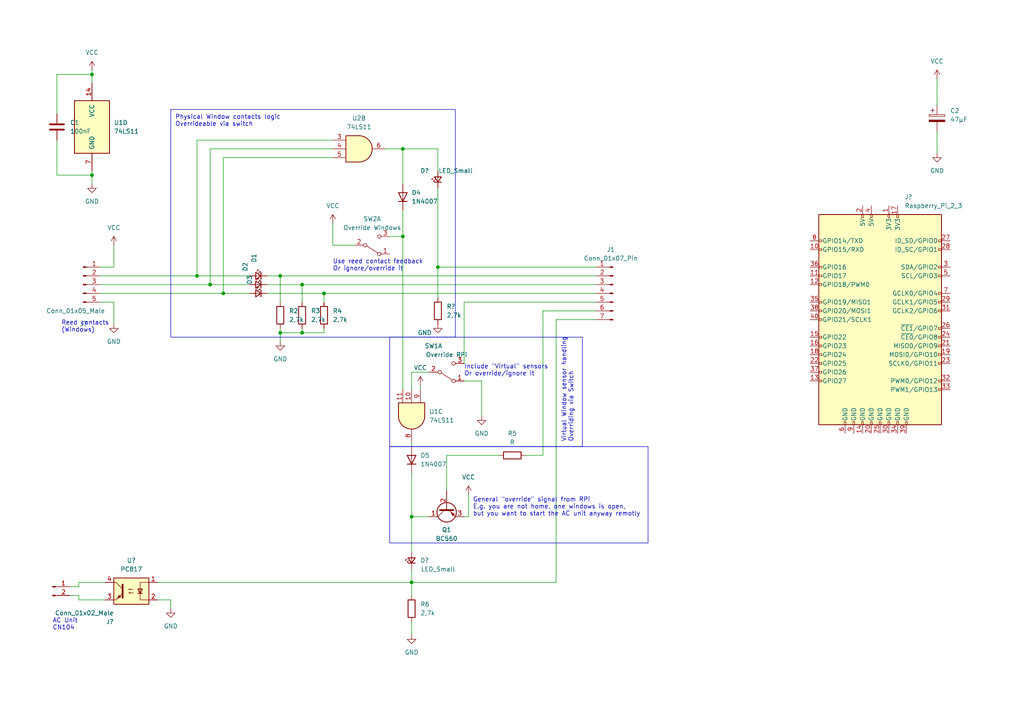
<source format=kicad_sch>
(kicad_sch (version 20230121) (generator eeschema)
  (paper "A4")
  (lib_symbols
    (symbol "74xx:74LS11" (pin_names (offset 1.016))
      (property "Reference" "U" (at 0 1.27 0))
      (property "Value" "74LS11" (at 0 -1.27 0))
      (symbol "74LS11_1_1"
        (arc (start 0 -3.81) (mid 3.7934 0) (end 0 3.81) (stroke (width 0.254)) (fill (type background)))
        (polyline (pts (xy 0 3.81) (xy -3.81 3.81) (xy -3.81 -3.81) (xy 0 -3.81)) (stroke (width 0.254)) (fill (type background)))
        (pin input line (at -7.62 2.54 0) (length 3.81) (name "~") (number "1"))
        (pin output line (at 7.62 0 180) (length 3.81) (name "~") (number "12"))
        (pin input line (at -7.62 -2.54 0) (length 3.81) (name "~") (number "13"))
        (pin input line (at -7.62 0 0) (length 3.81) (name "~") (number "2"))
      )
      (symbol "74LS11_1_2"
        (arc (start -3.81 -3.81) (mid -2.589 0) (end -3.81 3.81) (stroke (width 0.254)))
        (arc (start -0.6096 -3.81) (mid 2.1842 -2.5851) (end 3.81 0) (stroke (width 0.254)) (fill (type background)))
        (polyline (pts (xy -3.81 -3.81) (xy -0.635 -3.81)) (stroke (width 0.254)) (fill (type background)))
        (polyline (pts (xy -3.81 3.81) (xy -0.635 3.81)) (stroke (width 0.254)) (fill (type background)))
        (polyline (pts (xy -0.635 3.81) (xy -3.81 3.81) (xy -3.81 3.81) (xy -3.556 3.4036) (xy -3.0226 2.2606) (xy -2.6924 1.0414) (xy -2.6162 -0.254) (xy -2.7686 -1.4986) (xy -3.175 -2.7178) (xy -3.81 -3.81) (xy -3.81 -3.81) (xy -0.635 -3.81)) (stroke (width -25.4)) (fill (type background)))
        (arc (start 3.81 0) (mid 2.1915 2.5936) (end -0.6096 3.81) (stroke (width 0.254)) (fill (type background)))
        (pin input inverted (at -7.62 2.54 0) (length 4.318) (name "~") (number "1"))
        (pin output inverted (at 7.62 0 180) (length 3.81) (name "~") (number "12"))
        (pin input inverted (at -7.62 -2.54 0) (length 4.318) (name "~") (number "13"))
        (pin input inverted (at -7.62 0 0) (length 4.953) (name "~") (number "2"))
      )
      (symbol "74LS11_2_1"
        (arc (start 0 -3.81) (mid 3.7934 0) (end 0 3.81) (stroke (width 0.254)) (fill (type background)))
        (polyline (pts (xy 0 3.81) (xy -3.81 3.81) (xy -3.81 -3.81) (xy 0 -3.81)) (stroke (width 0.254)) (fill (type background)))
        (pin input line (at -7.62 2.54 0) (length 3.81) (name "~") (number "3"))
        (pin input line (at -7.62 0 0) (length 3.81) (name "~") (number "4"))
        (pin input line (at -7.62 -2.54 0) (length 3.81) (name "~") (number "5"))
        (pin output line (at 7.62 0 180) (length 3.81) (name "~") (number "6"))
      )
      (symbol "74LS11_2_2"
        (arc (start -3.81 -3.81) (mid -2.589 0) (end -3.81 3.81) (stroke (width 0.254)))
        (arc (start -0.6096 -3.81) (mid 2.1842 -2.5851) (end 3.81 0) (stroke (width 0.254)) (fill (type background)))
        (polyline (pts (xy -3.81 -3.81) (xy -0.635 -3.81)) (stroke (width 0.254)) (fill (type background)))
        (polyline (pts (xy -3.81 3.81) (xy -0.635 3.81)) (stroke (width 0.254)) (fill (type background)))
        (polyline (pts (xy -0.635 3.81) (xy -3.81 3.81) (xy -3.81 3.81) (xy -3.556 3.4036) (xy -3.0226 2.2606) (xy -2.6924 1.0414) (xy -2.6162 -0.254) (xy -2.7686 -1.4986) (xy -3.175 -2.7178) (xy -3.81 -3.81) (xy -3.81 -3.81) (xy -0.635 -3.81)) (stroke (width -25.4)) (fill (type background)))
        (arc (start 3.81 0) (mid 2.1915 2.5936) (end -0.6096 3.81) (stroke (width 0.254)) (fill (type background)))
        (pin input inverted (at -7.62 2.54 0) (length 4.318) (name "~") (number "3"))
        (pin input inverted (at -7.62 0 0) (length 4.953) (name "~") (number "4"))
        (pin input inverted (at -7.62 -2.54 0) (length 4.318) (name "~") (number "5"))
        (pin output inverted (at 7.62 0 180) (length 3.81) (name "~") (number "6"))
      )
      (symbol "74LS11_3_1"
        (arc (start 0 -3.81) (mid 3.7934 0) (end 0 3.81) (stroke (width 0.254)) (fill (type background)))
        (polyline (pts (xy 0 3.81) (xy -3.81 3.81) (xy -3.81 -3.81) (xy 0 -3.81)) (stroke (width 0.254)) (fill (type background)))
        (pin input line (at -7.62 0 0) (length 3.81) (name "~") (number "10"))
        (pin input line (at -7.62 -2.54 0) (length 3.81) (name "~") (number "11"))
        (pin output line (at 7.62 0 180) (length 3.81) (name "~") (number "8"))
        (pin input line (at -7.62 2.54 0) (length 3.81) (name "~") (number "9"))
      )
      (symbol "74LS11_3_2"
        (arc (start -3.81 -3.81) (mid -2.589 0) (end -3.81 3.81) (stroke (width 0.254)))
        (arc (start -0.6096 -3.81) (mid 2.1842 -2.5851) (end 3.81 0) (stroke (width 0.254)) (fill (type background)))
        (polyline (pts (xy -3.81 -3.81) (xy -0.635 -3.81)) (stroke (width 0.254)) (fill (type background)))
        (polyline (pts (xy -3.81 3.81) (xy -0.635 3.81)) (stroke (width 0.254)) (fill (type background)))
        (polyline (pts (xy -0.635 3.81) (xy -3.81 3.81) (xy -3.81 3.81) (xy -3.556 3.4036) (xy -3.0226 2.2606) (xy -2.6924 1.0414) (xy -2.6162 -0.254) (xy -2.7686 -1.4986) (xy -3.175 -2.7178) (xy -3.81 -3.81) (xy -3.81 -3.81) (xy -0.635 -3.81)) (stroke (width -25.4)) (fill (type background)))
        (arc (start 3.81 0) (mid 2.1915 2.5936) (end -0.6096 3.81) (stroke (width 0.254)) (fill (type background)))
        (pin input inverted (at -7.62 0 0) (length 4.953) (name "~") (number "10"))
        (pin input inverted (at -7.62 -2.54 0) (length 4.318) (name "~") (number "11"))
        (pin output inverted (at 7.62 0 180) (length 3.81) (name "~") (number "8"))
        (pin input inverted (at -7.62 2.54 0) (length 4.318) (name "~") (number "9"))
      )
      (symbol "74LS11_4_0"
        (pin power_in line (at 0 12.7 270) (length 5.08) (name "VCC") (number "14"))
        (pin power_in line (at 0 -12.7 90) (length 5.08) (name "GND") (number "7"))
      )
      (symbol "74LS11_4_1"
        (rectangle (start -5.08 7.62) (end 5.08 -7.62) (stroke (width 0.254)) (fill (type background)))
      )
    )
    (symbol "Connector:Conn_01x02_Male" (pin_names (offset 1.016) hide)
      (property "Reference" "J" (at 0 2.54 0))
      (property "Value" "Conn_01x02_Male" (at 0 -5.08 0))
      (symbol "Conn_01x02_Male_1_1"
        (polyline (pts (xy 1.27 -2.54) (xy 0.8636 -2.54)) (stroke (width 0.1524)))
        (polyline (pts (xy 1.27 0) (xy 0.8636 0)) (stroke (width 0.1524)))
        (rectangle (start 0.8636 -2.413) (end 0 -2.667) (stroke (width 0.1524)) (fill (type outline)))
        (rectangle (start 0.8636 0.127) (end 0 -0.127) (stroke (width 0.1524)) (fill (type outline)))
        (pin passive line (at 5.08 0 180) (length 3.81) (name "Pin_1") (number "1"))
        (pin passive line (at 5.08 -2.54 180) (length 3.81) (name "Pin_2") (number "2"))
      )
    )
    (symbol "Connector:Conn_01x05_Male" (pin_names (offset 1.016) hide)
      (property "Reference" "J" (at 0 7.62 0))
      (property "Value" "Conn_01x05_Male" (at 0 -7.62 0))
      (symbol "Conn_01x05_Male_1_1"
        (polyline (pts (xy 1.27 -5.08) (xy 0.8636 -5.08)) (stroke (width 0.1524)))
        (polyline (pts (xy 1.27 -2.54) (xy 0.8636 -2.54)) (stroke (width 0.1524)))
        (polyline (pts (xy 1.27 0) (xy 0.8636 0)) (stroke (width 0.1524)))
        (polyline (pts (xy 1.27 2.54) (xy 0.8636 2.54)) (stroke (width 0.1524)))
        (polyline (pts (xy 1.27 5.08) (xy 0.8636 5.08)) (stroke (width 0.1524)))
        (rectangle (start 0.8636 -4.953) (end 0 -5.207) (stroke (width 0.1524)) (fill (type outline)))
        (rectangle (start 0.8636 -2.413) (end 0 -2.667) (stroke (width 0.1524)) (fill (type outline)))
        (rectangle (start 0.8636 0.127) (end 0 -0.127) (stroke (width 0.1524)) (fill (type outline)))
        (rectangle (start 0.8636 2.667) (end 0 2.413) (stroke (width 0.1524)) (fill (type outline)))
        (rectangle (start 0.8636 5.207) (end 0 4.953) (stroke (width 0.1524)) (fill (type outline)))
        (pin passive line (at 5.08 5.08 180) (length 3.81) (name "Pin_1") (number "1"))
        (pin passive line (at 5.08 2.54 180) (length 3.81) (name "Pin_2") (number "2"))
        (pin passive line (at 5.08 0 180) (length 3.81) (name "Pin_3") (number "3"))
        (pin passive line (at 5.08 -2.54 180) (length 3.81) (name "Pin_4") (number "4"))
        (pin passive line (at 5.08 -5.08 180) (length 3.81) (name "Pin_5") (number "5"))
      )
    )
    (symbol "Connector:Conn_01x07_Pin" (pin_names (offset 1.016) hide)
      (property "Reference" "J" (at 0 10.16 0))
      (property "Value" "Conn_01x07_Pin" (at 0 -10.16 0))
      (symbol "Conn_01x07_Pin_1_1"
        (polyline (pts (xy 1.27 -7.62) (xy 0.8636 -7.62)) (stroke (width 0.1524)))
        (polyline (pts (xy 1.27 -5.08) (xy 0.8636 -5.08)) (stroke (width 0.1524)))
        (polyline (pts (xy 1.27 -2.54) (xy 0.8636 -2.54)) (stroke (width 0.1524)))
        (polyline (pts (xy 1.27 0) (xy 0.8636 0)) (stroke (width 0.1524)))
        (polyline (pts (xy 1.27 2.54) (xy 0.8636 2.54)) (stroke (width 0.1524)))
        (polyline (pts (xy 1.27 5.08) (xy 0.8636 5.08)) (stroke (width 0.1524)))
        (polyline (pts (xy 1.27 7.62) (xy 0.8636 7.62)) (stroke (width 0.1524)))
        (rectangle (start 0.8636 -7.493) (end 0 -7.747) (stroke (width 0.1524)) (fill (type outline)))
        (rectangle (start 0.8636 -4.953) (end 0 -5.207) (stroke (width 0.1524)) (fill (type outline)))
        (rectangle (start 0.8636 -2.413) (end 0 -2.667) (stroke (width 0.1524)) (fill (type outline)))
        (rectangle (start 0.8636 0.127) (end 0 -0.127) (stroke (width 0.1524)) (fill (type outline)))
        (rectangle (start 0.8636 2.667) (end 0 2.413) (stroke (width 0.1524)) (fill (type outline)))
        (rectangle (start 0.8636 5.207) (end 0 4.953) (stroke (width 0.1524)) (fill (type outline)))
        (rectangle (start 0.8636 7.747) (end 0 7.493) (stroke (width 0.1524)) (fill (type outline)))
        (pin passive line (at 5.08 7.62 180) (length 3.81) (name "Pin_1") (number "1"))
        (pin passive line (at 5.08 5.08 180) (length 3.81) (name "Pin_2") (number "2"))
        (pin passive line (at 5.08 2.54 180) (length 3.81) (name "Pin_3") (number "3"))
        (pin passive line (at 5.08 0 180) (length 3.81) (name "Pin_4") (number "4"))
        (pin passive line (at 5.08 -2.54 180) (length 3.81) (name "Pin_5") (number "5"))
        (pin passive line (at 5.08 -5.08 180) (length 3.81) (name "Pin_6") (number "6"))
        (pin passive line (at 5.08 -7.62 180) (length 3.81) (name "Pin_7") (number "7"))
      )
    )
    (symbol "Connector:Raspberry_Pi_2_3" (pin_names (offset 1.016))
      (property "Reference" "J" (at -17.78 31.75 0))
      (property "Value" "Raspberry_Pi_2_3" (at 10.16 -31.75 0))
      (symbol "Raspberry_Pi_2_3_0_1"
        (rectangle (start -17.78 30.48) (end 17.78 -30.48) (stroke (width 0.254)) (fill (type background)))
      )
      (symbol "Raspberry_Pi_2_3_1_1"
        (rectangle (start -16.891 -17.526) (end -17.78 -18.034))
        (rectangle (start -16.891 -14.986) (end -17.78 -15.494))
        (rectangle (start -16.891 -12.446) (end -17.78 -12.954))
        (rectangle (start -16.891 -9.906) (end -17.78 -10.414))
        (rectangle (start -16.891 -7.366) (end -17.78 -7.874))
        (rectangle (start -16.891 -4.826) (end -17.78 -5.334))
        (rectangle (start -16.891 0.254) (end -17.78 -0.254))
        (rectangle (start -16.891 2.794) (end -17.78 2.286))
        (rectangle (start -16.891 5.334) (end -17.78 4.826))
        (rectangle (start -16.891 10.414) (end -17.78 9.906))
        (rectangle (start -16.891 12.954) (end -17.78 12.446))
        (rectangle (start -16.891 15.494) (end -17.78 14.986))
        (rectangle (start -16.891 20.574) (end -17.78 20.066))
        (rectangle (start -16.891 23.114) (end -17.78 22.606))
        (rectangle (start -10.414 -29.591) (end -9.906 -30.48))
        (rectangle (start -7.874 -29.591) (end -7.366 -30.48))
        (rectangle (start -5.334 -29.591) (end -4.826 -30.48))
        (rectangle (start -5.334 30.48) (end -4.826 29.591))
        (rectangle (start -2.794 -29.591) (end -2.286 -30.48))
        (rectangle (start -2.794 30.48) (end -2.286 29.591))
        (rectangle (start -0.254 -29.591) (end 0.254 -30.48))
        (rectangle (start 2.286 -29.591) (end 2.794 -30.48))
        (rectangle (start 2.286 30.48) (end 2.794 29.591))
        (rectangle (start 4.826 -29.591) (end 5.334 -30.48))
        (rectangle (start 4.826 30.48) (end 5.334 29.591))
        (rectangle (start 7.366 -29.591) (end 7.874 -30.48))
        (rectangle (start 17.78 -20.066) (end 16.891 -20.574))
        (rectangle (start 17.78 -17.526) (end 16.891 -18.034))
        (rectangle (start 17.78 -12.446) (end 16.891 -12.954))
        (rectangle (start 17.78 -9.906) (end 16.891 -10.414))
        (rectangle (start 17.78 -7.366) (end 16.891 -7.874))
        (rectangle (start 17.78 -4.826) (end 16.891 -5.334))
        (rectangle (start 17.78 -2.286) (end 16.891 -2.794))
        (rectangle (start 17.78 2.794) (end 16.891 2.286))
        (rectangle (start 17.78 5.334) (end 16.891 4.826))
        (rectangle (start 17.78 7.874) (end 16.891 7.366))
        (rectangle (start 17.78 12.954) (end 16.891 12.446))
        (rectangle (start 17.78 15.494) (end 16.891 14.986))
        (rectangle (start 17.78 20.574) (end 16.891 20.066))
        (rectangle (start 17.78 23.114) (end 16.891 22.606))
        (pin power_in line (at 2.54 33.02 270) (length 2.54) (name "3V3") (number "1"))
        (pin bidirectional line (at -20.32 20.32 0) (length 2.54) (name "GPIO15/RXD") (number "10"))
        (pin bidirectional line (at -20.32 12.7 0) (length 2.54) (name "GPIO17") (number "11"))
        (pin bidirectional line (at -20.32 10.16 0) (length 2.54) (name "GPIO18/PWM0") (number "12"))
        (pin bidirectional line (at -20.32 -17.78 0) (length 2.54) (name "GPIO27") (number "13"))
        (pin power_in line (at -5.08 -33.02 90) (length 2.54) (name "GND") (number "14"))
        (pin bidirectional line (at -20.32 -5.08 0) (length 2.54) (name "GPIO22") (number "15"))
        (pin bidirectional line (at -20.32 -7.62 0) (length 2.54) (name "GPIO23") (number "16"))
        (pin power_in line (at 5.08 33.02 270) (length 2.54) (name "3V3") (number "17"))
        (pin bidirectional line (at -20.32 -10.16 0) (length 2.54) (name "GPIO24") (number "18"))
        (pin bidirectional line (at 20.32 -10.16 180) (length 2.54) (name "MOSI0/GPIO10") (number "19"))
        (pin power_in line (at -5.08 33.02 270) (length 2.54) (name "5V") (number "2"))
        (pin power_in line (at -2.54 -33.02 90) (length 2.54) (name "GND") (number "20"))
        (pin bidirectional line (at 20.32 -7.62 180) (length 2.54) (name "MISO0/GPIO9") (number "21"))
        (pin bidirectional line (at -20.32 -12.7 0) (length 2.54) (name "GPIO25") (number "22"))
        (pin bidirectional line (at 20.32 -12.7 180) (length 2.54) (name "SCLK0/GPIO11") (number "23"))
        (pin bidirectional line (at 20.32 -5.08 180) (length 2.54) (name "~{CE0}/GPIO8") (number "24"))
        (pin power_in line (at 0 -33.02 90) (length 2.54) (name "GND") (number "25"))
        (pin bidirectional line (at 20.32 -2.54 180) (length 2.54) (name "~{CE1}/GPIO7") (number "26"))
        (pin bidirectional line (at 20.32 22.86 180) (length 2.54) (name "ID_SD/GPIO0") (number "27"))
        (pin bidirectional line (at 20.32 20.32 180) (length 2.54) (name "ID_SC/GPIO1") (number "28"))
        (pin bidirectional line (at 20.32 5.08 180) (length 2.54) (name "GCLK1/GPIO5") (number "29"))
        (pin bidirectional line (at 20.32 15.24 180) (length 2.54) (name "SDA/GPIO2") (number "3"))
        (pin power_in line (at 2.54 -33.02 90) (length 2.54) (name "GND") (number "30"))
        (pin bidirectional line (at 20.32 2.54 180) (length 2.54) (name "GCLK2/GPIO6") (number "31"))
        (pin bidirectional line (at 20.32 -17.78 180) (length 2.54) (name "PWM0/GPIO12") (number "32"))
        (pin bidirectional line (at 20.32 -20.32 180) (length 2.54) (name "PWM1/GPIO13") (number "33"))
        (pin power_in line (at 5.08 -33.02 90) (length 2.54) (name "GND") (number "34"))
        (pin bidirectional line (at -20.32 5.08 0) (length 2.54) (name "GPIO19/MISO1") (number "35"))
        (pin bidirectional line (at -20.32 15.24 0) (length 2.54) (name "GPIO16") (number "36"))
        (pin bidirectional line (at -20.32 -15.24 0) (length 2.54) (name "GPIO26") (number "37"))
        (pin bidirectional line (at -20.32 2.54 0) (length 2.54) (name "GPIO20/MOSI1") (number "38"))
        (pin power_in line (at 7.62 -33.02 90) (length 2.54) (name "GND") (number "39"))
        (pin power_in line (at -2.54 33.02 270) (length 2.54) (name "5V") (number "4"))
        (pin bidirectional line (at -20.32 0 0) (length 2.54) (name "GPIO21/SCLK1") (number "40"))
        (pin bidirectional line (at 20.32 12.7 180) (length 2.54) (name "SCL/GPIO3") (number "5"))
        (pin power_in line (at -10.16 -33.02 90) (length 2.54) (name "GND") (number "6"))
        (pin bidirectional line (at 20.32 7.62 180) (length 2.54) (name "GCLK0/GPIO4") (number "7"))
        (pin bidirectional line (at -20.32 22.86 0) (length 2.54) (name "GPIO14/TXD") (number "8"))
        (pin power_in line (at -7.62 -33.02 90) (length 2.54) (name "GND") (number "9"))
      )
    )
    (symbol "Device:C" (pin_numbers hide) (pin_names (offset 0.254))
      (property "Reference" "C" (at 0.635 2.54 0))
      (property "Value" "C" (at 0.635 -2.54 0))
      (symbol "C_0_1"
        (polyline (pts (xy -2.032 -0.762) (xy 2.032 -0.762)) (stroke (width 0.508)))
        (polyline (pts (xy -2.032 0.762) (xy 2.032 0.762)) (stroke (width 0.508)))
      )
      (symbol "C_1_1"
        (pin passive line (at 0 3.81 270) (length 2.794) (name "~") (number "1"))
        (pin passive line (at 0 -3.81 90) (length 2.794) (name "~") (number "2"))
      )
    )
    (symbol "Device:C_Polarized" (pin_numbers hide) (pin_names (offset 0.254))
      (property "Reference" "C" (at 0.635 2.54 0))
      (property "Value" "C_Polarized" (at 0.635 -2.54 0))
      (symbol "C_Polarized_0_1"
        (rectangle (start -2.286 0.508) (end 2.286 1.016))
        (polyline (pts (xy -1.778 2.286) (xy -0.762 2.286)))
        (polyline (pts (xy -1.27 2.794) (xy -1.27 1.778)))
        (rectangle (start 2.286 -0.508) (end -2.286 -1.016) (fill (type outline)))
      )
      (symbol "C_Polarized_1_1"
        (pin passive line (at 0 3.81 270) (length 2.794) (name "~") (number "1"))
        (pin passive line (at 0 -3.81 90) (length 2.794) (name "~") (number "2"))
      )
    )
    (symbol "Device:LED_Small" (pin_numbers hide) (pin_names (offset 0.254) hide)
      (property "Reference" "D" (at -1.27 3.175 0))
      (property "Value" "LED_Small" (at -4.445 -2.54 0))
      (symbol "LED_Small_0_1"
        (polyline (pts (xy -0.762 -1.016) (xy -0.762 1.016)) (stroke (width 0.254)))
        (polyline (pts (xy 1.016 0) (xy -0.762 0)))
        (polyline (pts (xy 0.762 -1.016) (xy -0.762 0) (xy 0.762 1.016) (xy 0.762 -1.016)) (stroke (width 0.254)))
        (polyline (pts (xy 0 0.762) (xy -0.508 1.27) (xy -0.254 1.27) (xy -0.508 1.27) (xy -0.508 1.016)))
        (polyline (pts (xy 0.508 1.27) (xy 0 1.778) (xy 0.254 1.778) (xy 0 1.778) (xy 0 1.524)))
      )
      (symbol "LED_Small_1_1"
        (pin passive line (at -2.54 0 0) (length 1.778) (name "K") (number "1"))
        (pin passive line (at 2.54 0 180) (length 1.778) (name "A") (number "2"))
      )
    )
    (symbol "Device:R" (pin_numbers hide) (pin_names (offset 0))
      (property "Reference" "R" (at 2.032 0 90))
      (property "Value" "R" (at 0 0 90))
      (symbol "R_0_1"
        (rectangle (start -1.016 -2.54) (end 1.016 2.54) (stroke (width 0.254)))
      )
      (symbol "R_1_1"
        (pin passive line (at 0 3.81 270) (length 1.27) (name "~") (number "1"))
        (pin passive line (at 0 -3.81 90) (length 1.27) (name "~") (number "2"))
      )
    )
    (symbol "Diode:1N4007" (pin_numbers hide) (pin_names hide)
      (property "Reference" "D" (at 0 2.54 0))
      (property "Value" "1N4007" (at 0 -2.54 0))
      (symbol "1N4007_0_1"
        (polyline (pts (xy -1.27 1.27) (xy -1.27 -1.27)) (stroke (width 0.254)))
        (polyline (pts (xy 1.27 0) (xy -1.27 0)))
        (polyline (pts (xy 1.27 1.27) (xy 1.27 -1.27) (xy -1.27 0) (xy 1.27 1.27)) (stroke (width 0.254)))
      )
      (symbol "1N4007_1_1"
        (pin passive line (at -3.81 0 0) (length 2.54) (name "K") (number "1"))
        (pin passive line (at 3.81 0 180) (length 2.54) (name "A") (number "2"))
      )
    )
    (symbol "Isolator:PC817" (pin_names (offset 1.016))
      (property "Reference" "U" (at -5.08 5.08 0))
      (property "Value" "PC817" (at 0 5.08 0))
      (symbol "PC817_0_1"
        (rectangle (start -5.08 3.81) (end 5.08 -3.81) (stroke (width 0.254)) (fill (type background)))
        (polyline (pts (xy -3.175 -0.635) (xy -1.905 -0.635)) (stroke (width 0.254)))
        (polyline (pts (xy 2.54 0.635) (xy 4.445 2.54)))
        (polyline (pts (xy 4.445 -2.54) (xy 2.54 -0.635)) (fill (type outline)))
        (polyline (pts (xy 4.445 -2.54) (xy 5.08 -2.54)))
        (polyline (pts (xy 4.445 2.54) (xy 5.08 2.54)))
        (polyline (pts (xy -5.08 2.54) (xy -2.54 2.54) (xy -2.54 -0.635)))
        (polyline (pts (xy -2.54 -0.635) (xy -2.54 -2.54) (xy -5.08 -2.54)))
        (polyline (pts (xy 2.54 1.905) (xy 2.54 -1.905) (xy 2.54 -1.905)) (stroke (width 0.508)))
        (polyline (pts (xy -2.54 -0.635) (xy -3.175 0.635) (xy -1.905 0.635) (xy -2.54 -0.635)) (stroke (width 0.254)))
        (polyline (pts (xy -0.508 -0.508) (xy 0.762 -0.508) (xy 0.381 -0.635) (xy 0.381 -0.381) (xy 0.762 -0.508)))
        (polyline (pts (xy -0.508 0.508) (xy 0.762 0.508) (xy 0.381 0.381) (xy 0.381 0.635) (xy 0.762 0.508)))
        (polyline (pts (xy 3.048 -1.651) (xy 3.556 -1.143) (xy 4.064 -2.159) (xy 3.048 -1.651) (xy 3.048 -1.651)) (fill (type outline)))
      )
      (symbol "PC817_1_1"
        (pin passive line (at -7.62 2.54 0) (length 2.54) (name "~") (number "1"))
        (pin passive line (at -7.62 -2.54 0) (length 2.54) (name "~") (number "2"))
        (pin passive line (at 7.62 -2.54 180) (length 2.54) (name "~") (number "3"))
        (pin passive line (at 7.62 2.54 180) (length 2.54) (name "~") (number "4"))
      )
    )
    (symbol "Switch:SW_DPDT_x2" (pin_names (offset 0) hide)
      (property "Reference" "SW" (at 0 4.318 0))
      (property "Value" "SW_DPDT_x2" (at 0 -5.08 0))
      (symbol "SW_DPDT_x2_0_0"
        (circle (center -2.032 0) (radius 0.508))
        (circle (center 2.032 -2.54) (radius 0.508))
      )
      (symbol "SW_DPDT_x2_0_1"
        (polyline (pts (xy -1.524 0.254) (xy 1.651 2.286)))
        (circle (center 2.032 2.54) (radius 0.508))
      )
      (symbol "SW_DPDT_x2_1_1"
        (pin passive line (at 5.08 2.54 180) (length 2.54) (name "A") (number "1"))
        (pin passive line (at -5.08 0 0) (length 2.54) (name "B") (number "2"))
        (pin passive line (at 5.08 -2.54 180) (length 2.54) (name "C") (number "3"))
      )
      (symbol "SW_DPDT_x2_2_1"
        (pin passive line (at 5.08 2.54 180) (length 2.54) (name "A") (number "4"))
        (pin passive line (at -5.08 0 0) (length 2.54) (name "B") (number "5"))
        (pin passive line (at 5.08 -2.54 180) (length 2.54) (name "C") (number "6"))
      )
    )
    (symbol "Transistor_BJT:BC560" (pin_names (offset 0) hide)
      (property "Reference" "Q" (at 5.08 1.905 0))
      (property "Value" "BC560" (at 5.08 0 0))
      (symbol "BC560_0_1"
        (polyline (pts (xy 0.635 0.635) (xy 2.54 2.54)))
        (polyline (pts (xy 0.635 -0.635) (xy 2.54 -2.54) (xy 2.54 -2.54)))
        (polyline (pts (xy 0.635 1.905) (xy 0.635 -1.905) (xy 0.635 -1.905)) (stroke (width 0.508)))
        (polyline (pts (xy 2.286 -1.778) (xy 1.778 -2.286) (xy 1.27 -1.27) (xy 2.286 -1.778) (xy 2.286 -1.778)) (fill (type outline)))
        (circle (center 1.27 0) (radius 2.8194) (stroke (width 0.254)))
      )
      (symbol "BC560_1_1"
        (pin passive line (at 2.54 5.08 270) (length 2.54) (name "C") (number "1"))
        (pin input line (at -5.08 0 0) (length 5.715) (name "B") (number "2"))
        (pin passive line (at 2.54 -5.08 90) (length 2.54) (name "E") (number "3"))
      )
    )
    (symbol "power:GND" (power) (pin_names (offset 0))
      (property "Value" "GND" (at 0 -3.81 0))
      (symbol "GND_0_1"
        (polyline (pts (xy 0 0) (xy 0 -1.27) (xy 1.27 -1.27) (xy 0 -2.54) (xy -1.27 -1.27) (xy 0 -1.27)))
      )
      (symbol "GND_1_1"
        (pin power_in line (at 0 0 270) (length 0) hide (name "GND") (number "1"))
      )
    )
    (symbol "power:VCC" (power) (pin_names (offset 0))
      (property "Value" "VCC" (at 0 3.81 0))
      (symbol "VCC_0_1"
        (polyline (pts (xy -0.762 1.27) (xy 0 2.54)))
        (polyline (pts (xy 0 0) (xy 0 2.54)))
        (polyline (pts (xy 0 2.54) (xy 0.762 1.27)))
      )
      (symbol "VCC_1_1"
        (pin power_in line (at 0 0 90) (length 0) hide (name "VCC") (number "1"))
      )
    )
  )
  (junction (at 127 77.47))
  (junction (at 26.67 21.59))
  (junction (at 116.84 68.58))
  (junction (at 87.63 96.52))
  (junction (at 119.38 168.91))
  (junction (at 57.15 80.01))
  (junction (at 116.84 43.18))
  (junction (at 81.28 96.52))
  (junction (at 64.77 85.09))
  (junction (at 60.96 82.55))
  (junction (at 81.28 80.01))
  (junction (at 26.67 50.8))
  (junction (at 87.63 82.55))
  (junction (at 93.98 85.09))
  (junction (at 119.38 149.86))
  (wire (pts (xy 119.38 107.95) (xy 119.38 113.03)))
  (wire (pts (xy 119.38 128.27) (xy 119.38 129.54)))
  (wire (pts (xy 33.02 93.98) (xy 33.02 87.63)))
  (wire (pts (xy 121.92 111.76) (xy 121.92 113.03)))
  (wire (pts (xy 16.51 40.64) (xy 16.51 50.8)))
  (wire (pts (xy 161.29 168.91) (xy 119.38 168.91)))
  (wire (pts (xy 57.15 40.64) (xy 57.15 80.01)))
  (wire (pts (xy 134.62 87.63) (xy 134.62 105.41)))
  (wire (pts (xy 64.77 85.09) (xy 72.39 85.09)))
  (wire (pts (xy 119.38 180.34) (xy 119.38 184.15)))
  (wire (pts (xy 57.15 80.01) (xy 72.39 80.01)))
  (wire (pts (xy 29.21 77.47) (xy 33.02 77.47)))
  (wire (pts (xy 22.86 172.72) (xy 22.86 173.99)))
  (wire (pts (xy 127 43.18) (xy 127 49.53)))
  (wire (pts (xy 87.63 95.25) (xy 87.63 96.52)))
  (wire (pts (xy 77.47 85.09) (xy 93.98 85.09)))
  (wire (pts (xy 29.21 80.01) (xy 57.15 80.01)))
  (wire (pts (xy 119.38 137.16) (xy 119.38 149.86)))
  (wire (pts (xy 129.54 142.24) (xy 129.54 132.08)))
  (wire (pts (xy 113.03 68.58) (xy 116.84 68.58)))
  (wire (pts (xy 161.29 168.91) (xy 161.29 92.71)))
  (wire (pts (xy 77.47 82.55) (xy 87.63 82.55)))
  (wire (pts (xy 22.86 170.18) (xy 20.32 170.18)))
  (wire (pts (xy 16.51 21.59) (xy 16.51 33.02)))
  (wire (pts (xy 22.86 168.91) (xy 22.86 170.18)))
  (wire (pts (xy 87.63 82.55) (xy 172.72 82.55)))
  (wire (pts (xy 93.98 95.25) (xy 93.98 96.52)))
  (wire (pts (xy 116.84 43.18) (xy 116.84 53.34)))
  (wire (pts (xy 134.62 149.86) (xy 135.89 149.86)))
  (wire (pts (xy 26.67 20.32) (xy 26.67 21.59)))
  (wire (pts (xy 45.72 168.91) (xy 119.38 168.91)))
  (wire (pts (xy 116.84 113.03) (xy 116.84 68.58)))
  (wire (pts (xy 87.63 96.52) (xy 81.28 96.52)))
  (wire (pts (xy 45.72 173.99) (xy 49.53 173.99)))
  (wire (pts (xy 20.32 172.72) (xy 22.86 172.72)))
  (wire (pts (xy 93.98 85.09) (xy 93.98 87.63)))
  (wire (pts (xy 134.62 87.63) (xy 172.72 87.63)))
  (wire (pts (xy 26.67 21.59) (xy 26.67 24.13)))
  (wire (pts (xy 49.53 173.99) (xy 49.53 176.53)))
  (wire (pts (xy 81.28 80.01) (xy 172.72 80.01)))
  (wire (pts (xy 271.78 22.86) (xy 271.78 30.48)))
  (wire (pts (xy 16.51 21.59) (xy 26.67 21.59)))
  (wire (pts (xy 157.48 90.17) (xy 172.72 90.17)))
  (wire (pts (xy 64.77 45.72) (xy 96.52 45.72)))
  (wire (pts (xy 139.7 110.49) (xy 139.7 120.65)))
  (wire (pts (xy 127 77.47) (xy 127 86.36)))
  (wire (pts (xy 33.02 87.63) (xy 29.21 87.63)))
  (wire (pts (xy 271.78 38.1) (xy 271.78 44.45)))
  (wire (pts (xy 26.67 49.53) (xy 26.67 50.8)))
  (wire (pts (xy 60.96 82.55) (xy 72.39 82.55)))
  (wire (pts (xy 60.96 43.18) (xy 96.52 43.18)))
  (wire (pts (xy 124.46 107.95) (xy 119.38 107.95)))
  (wire (pts (xy 26.67 50.8) (xy 26.67 53.34)))
  (wire (pts (xy 96.52 71.12) (xy 102.87 71.12)))
  (wire (pts (xy 157.48 90.17) (xy 157.48 132.08)))
  (wire (pts (xy 81.28 80.01) (xy 81.28 87.63)))
  (wire (pts (xy 116.84 60.96) (xy 116.84 68.58)))
  (wire (pts (xy 96.52 64.77) (xy 96.52 71.12)))
  (wire (pts (xy 81.28 96.52) (xy 81.28 99.06)))
  (wire (pts (xy 111.76 43.18) (xy 116.84 43.18)))
  (wire (pts (xy 134.62 110.49) (xy 139.7 110.49)))
  (wire (pts (xy 93.98 85.09) (xy 172.72 85.09)))
  (wire (pts (xy 129.54 132.08) (xy 144.78 132.08)))
  (wire (pts (xy 60.96 43.18) (xy 60.96 82.55)))
  (wire (pts (xy 93.98 96.52) (xy 87.63 96.52)))
  (wire (pts (xy 87.63 82.55) (xy 87.63 87.63)))
  (wire (pts (xy 119.38 168.91) (xy 119.38 172.72)))
  (wire (pts (xy 135.89 149.86) (xy 135.89 143.51)))
  (wire (pts (xy 119.38 165.1) (xy 119.38 168.91)))
  (wire (pts (xy 161.29 92.71) (xy 172.72 92.71)))
  (wire (pts (xy 30.48 168.91) (xy 22.86 168.91)))
  (wire (pts (xy 33.02 77.47) (xy 33.02 71.12)))
  (wire (pts (xy 119.38 149.86) (xy 119.38 160.02)))
  (wire (pts (xy 116.84 43.18) (xy 127 43.18)))
  (wire (pts (xy 22.86 173.99) (xy 30.48 173.99)))
  (wire (pts (xy 29.21 82.55) (xy 60.96 82.55)))
  (wire (pts (xy 29.21 85.09) (xy 64.77 85.09)))
  (wire (pts (xy 127 54.61) (xy 127 77.47)))
  (wire (pts (xy 57.15 40.64) (xy 96.52 40.64)))
  (wire (pts (xy 16.51 50.8) (xy 26.67 50.8)))
  (wire (pts (xy 127 77.47) (xy 172.72 77.47)))
  (wire (pts (xy 119.38 149.86) (xy 124.46 149.86)))
  (wire (pts (xy 152.4 132.08) (xy 157.48 132.08)))
  (wire (pts (xy 81.28 95.25) (xy 81.28 96.52)))
  (wire (pts (xy 64.77 45.72) (xy 64.77 85.09)))
  (wire (pts (xy 77.47 80.01) (xy 81.28 80.01)))
  (rectangle (start 113.03 97.79) (end 168.91 129.54))
  (rectangle (start 113.03 129.54) (end 187.96 157.48))
  (rectangle (start 49.53 31.75) (end 132.08 97.79))
  (text "Physical Window contacts logic\nOverrideable via switch" (at 50.8 36.83 0) (effects (font (size 1.27 1.27)) (justify left bottom)))
  (text "Virtual Window sensor handling\nOverriding via Switch\n" (at 166.37 128.27 90) (effects (font (size 1.27 1.27)) (justify left bottom)))
  (text "Include \"Virtual\" sensors\nOr override/ignore it" (at 134.62 109.22 0) (effects (font (size 1.27 1.27)) (justify left bottom)))
  (text "AC Unit\nCN104" (at 15.24 182.8799 0) (effects (font (size 1.27 1.27)) (justify left bottom)))
  (text "General \"override\" signal from RPi\nE.g. you are not home, one windows is open,\nbut you want to start the AC unit anyway remotly" (at 137.16 149.86 0) (effects (font (size 1.27 1.27)) (justify left bottom)))
  (text "Use reed contact feedback\nOr ignore/override it" (at 96.52 78.74 0) (effects (font (size 1.27 1.27)) (justify left bottom)))
  (text "Reed contacts\n(Windows)" (at 17.78 96.5199 0) (effects (font (size 1.27 1.27)) (justify left bottom)))
  (symbol (lib_id "Connector:Raspberry_Pi_2_3") (at 255.27 92.71 0) (unit 1) (in_bom no) (on_board no)
    (property "Reference" "J?" (at 262.3694 57.15 0) (effects (justify left)))
    (property "Value" "Raspberry_Pi_2_3" (at 262.3694 59.69 0) (effects (justify left)))
    (property "Datasheet" "https://www.raspberrypi.org/documentation/hardware/raspberrypi/schematics/rpi_SCH_3bplus_1p0_reduced.pdf" (effects hide))
  )
  (symbol (lib_id "power:VCC") (at 121.92 111.76 0) (unit 1)
    (property "Reference" "#PWR08" (effects hide))
    (property "Value" "VCC" (at 121.92 106.68 0))
  )
  (symbol (lib_id "power:GND") (at 33.02 93.98 0) (unit 1)
    (property "Reference" "#PWR?" (effects hide))
    (property "Value" "GND" (at 33.02 99.06 0))
  )
  (symbol (lib_id "power:GND") (at 119.38 184.15 0) (unit 1)
    (property "Reference" "#PWR07" (effects hide))
    (property "Value" "GND" (at 119.38 189.23 0))
  )
  (symbol (lib_id "power:GND") (at 49.53 176.53 0) (unit 1)
    (property "Reference" "#PWR01" (effects hide))
    (property "Value" "GND" (at 49.53 181.61 0))
  )
  (symbol (lib_id "74xx:74LS11") (at 26.67 36.83 0) (unit 4)
    (property "Reference" "U1" (at 33.02 35.56 0) (effects (justify left)))
    (property "Value" "74LS11" (at 33.02 38.1 0) (effects (justify left)))
    (property "Datasheet" "http://www.ti.com/lit/gpn/sn74LS11" (effects hide))
  )
  (symbol (lib_id "Device:C_Polarized") (at 271.78 34.29 0) (unit 1)
    (property "Reference" "C2" (at 275.59 32.131 0) (effects (justify left)))
    (property "Value" "47µF" (at 275.59 34.671 0) (effects (justify left)))
  )
  (symbol (lib_id "power:GND") (at 26.67 53.34 0) (unit 1)
    (property "Reference" "#PWR0103" (effects hide))
    (property "Value" "GND" (at 26.67 58.42 0))
  )
  (symbol (lib_id "Isolator:PC817") (at 38.1 171.45 0) (mirror y) (unit 1)
    (property "Reference" "U?" (at 38.1 162.56 0))
    (property "Value" "PC817" (at 38.1 165.1 0))
    (property "Footprint" "Package_DIP:DIP-4_W7.62mm" (effects hide))
    (property "Datasheet" "http://www.soselectronic.cz/a_info/resource/d/pc817.pdf" (effects hide))
  )
  (symbol (lib_id "Device:LED_Small") (at 74.93 82.55 0) (mirror y) (unit 1)
    (property "Reference" "D2" (at 71.12 78.74 90) (effects (justify left)))
    (property "Value" "LED_Small" (effects hide))
  )
  (symbol (lib_id "Diode:1N4007") (at 119.38 133.35 90) (unit 1)
    (property "Reference" "D5" (at 121.92 132.08 90) (effects (justify right)))
    (property "Value" "1N4007" (at 121.92 134.62 90) (effects (justify right)))
    (property "Footprint" "Diode_THT:D_DO-41_SOD81_P10.16mm_Horizontal" (effects hide))
    (property "Datasheet" "http://www.vishay.com/docs/88503/1n4001.pdf" (effects hide))
    (property "Sim.Device" "D" (effects hide))
    (property "Sim.Pins" "1=K 2=A" (effects hide))
  )
  (symbol (lib_id "Device:LED_Small") (at 119.38 162.56 90) (unit 1)
    (property "Reference" "D?" (at 124.46 162.56 90) (effects (justify left)))
    (property "Value" "LED_Small" (at 132.08 165.1 90) (effects (justify left)))
  )
  (symbol (lib_id "power:GND") (at 127 93.98 0) (unit 1)
    (property "Reference" "#PWR010" (effects hide))
    (property "Value" "GND" (at 123.19 96.52 0))
  )
  (symbol (lib_id "Connector:Conn_01x02_Male") (at 15.24 170.18 0) (unit 1)
    (property "Reference" "J?" (at 33.02 180.34 0) (effects (justify right)))
    (property "Value" "Conn_01x02_Male" (at 33.02 177.8 0) (effects (justify right)))
  )
  (symbol (lib_id "Device:R") (at 148.59 132.08 90) (unit 1)
    (property "Reference" "R5" (at 148.59 125.73 90))
    (property "Value" "R" (at 148.59 128.27 90))
  )
  (symbol (lib_id "Device:LED_Small") (at 127 52.07 90) (unit 1)
    (property "Reference" "D?" (at 124.46 49.53 90) (effects (justify left)))
    (property "Value" "LED_Small" (at 137.16 49.53 90) (effects (justify left)))
  )
  (symbol (lib_id "Device:R") (at 119.38 176.53 0) (unit 1)
    (property "Reference" "R6" (at 121.92 175.26 0) (effects (justify left)))
    (property "Value" "2,7k" (at 121.92 177.8 0) (effects (justify left)))
  )
  (symbol (lib_id "Device:R") (at 81.28 91.44 0) (unit 1)
    (property "Reference" "R2" (at 83.82 90.1699 0) (effects (justify left)))
    (property "Value" "2,7k" (at 83.82 92.7099 0) (effects (justify left)))
  )
  (symbol (lib_id "power:VCC") (at 135.89 143.51 0) (unit 1)
    (property "Reference" "#PWR09" (effects hide))
    (property "Value" "VCC" (at 135.89 138.43 0))
  )
  (symbol (lib_id "Switch:SW_DPDT_x2") (at 107.95 71.12 0) (mirror x) (unit 1)
    (property "Reference" "SW2" (at 107.95 63.5 0))
    (property "Value" "Override Windows" (at 107.95 66.04 0))
  )
  (symbol (lib_id "74xx:74LS11") (at 104.14 43.18 0) (unit 2)
    (property "Reference" "U2" (at 104.1317 34.29 0))
    (property "Value" "74LS11" (at 104.1317 36.83 0))
    (property "Datasheet" "http://www.ti.com/lit/gpn/sn74LS11" (effects hide))
  )
  (symbol (lib_id "Device:LED_Small") (at 74.93 80.01 0) (mirror y) (unit 1)
    (property "Reference" "D1" (at 73.66 76.2 90) (effects (justify left)))
    (property "Value" "LED_Small" (effects hide))
  )
  (symbol (lib_id "Device:R") (at 87.63 91.44 0) (unit 1)
    (property "Reference" "R3" (at 90.17 90.1699 0) (effects (justify left)))
    (property "Value" "2,7k" (at 90.17 92.7099 0) (effects (justify left)))
  )
  (symbol (lib_id "power:VCC") (at 96.52 64.77 0) (unit 1)
    (property "Reference" "#PWR05" (effects hide))
    (property "Value" "VCC" (at 96.52 59.69 0))
  )
  (symbol (lib_id "Transistor_BJT:BC560") (at 129.54 147.32 90) (mirror x) (unit 1)
    (property "Reference" "Q1" (at 129.54 153.67 90))
    (property "Value" "BC560" (at 129.54 156.21 90))
    (property "Footprint" "Package_TO_SOT_THT:TO-92_Inline" (effects hide))
    (property "Datasheet" "https://www.onsemi.com/pub/Collateral/BC556BTA-D.pdf" (effects hide))
  )
  (symbol (lib_id "Device:LED_Small") (at 74.93 85.09 0) (mirror y) (unit 1)
    (property "Reference" "D3" (at 72.39 82.55 90) (effects (justify left)))
    (property "Value" "LED_Small" (effects hide))
  )
  (symbol (lib_id "Connector:Conn_01x07_Pin") (at 177.8 85.09 0) (mirror y) (unit 1)
    (property "Reference" "J1" (at 177.165 72.39 0))
    (property "Value" "Conn_01x07_Pin" (at 177.165 74.93 0))
  )
  (symbol (lib_id "Device:R") (at 93.98 91.44 0) (unit 1)
    (property "Reference" "R4" (at 96.52 90.1699 0) (effects (justify left)))
    (property "Value" "2,7k" (at 96.52 92.7099 0) (effects (justify left)))
  )
  (symbol (lib_id "Device:R") (at 127 90.17 0) (unit 1)
    (property "Reference" "R?" (at 129.54 88.8999 0) (effects (justify left)))
    (property "Value" "2,7k" (at 129.54 91.4399 0) (effects (justify left)))
  )
  (symbol (lib_id "Connector:Conn_01x05_Male") (at 24.13 82.55 0) (unit 1)
    (property "Reference" "J?" (at 25.4 93.98 0) (effects (justify right)))
    (property "Value" "Conn_01x05_Male" (at 30.48 90.17 0) (effects (justify right)))
  )
  (symbol (lib_id "Diode:1N4007") (at 116.84 57.15 90) (unit 1)
    (property "Reference" "D4" (at 119.38 55.88 90) (effects (justify right)))
    (property "Value" "1N4007" (at 119.38 58.42 90) (effects (justify right)))
    (property "Footprint" "Diode_THT:D_DO-41_SOD81_P10.16mm_Horizontal" (effects hide))
    (property "Datasheet" "http://www.vishay.com/docs/88503/1n4001.pdf" (effects hide))
    (property "Sim.Device" "D" (effects hide))
    (property "Sim.Pins" "1=K 2=A" (effects hide))
  )
  (symbol (lib_id "74xx:74LS11") (at 119.38 120.65 270) (unit 3)
    (property "Reference" "U1" (at 124.46 119.3717 90) (effects (justify left)))
    (property "Value" "74LS11" (at 124.46 121.9117 90) (effects (justify left)))
    (property "Datasheet" "http://www.ti.com/lit/gpn/sn74LS11" (effects hide))
  )
  (symbol (lib_id "power:VCC") (at 26.67 20.32 0) (unit 1)
    (property "Reference" "#PWR0104" (effects hide))
    (property "Value" "VCC" (at 26.67 15.24 0))
  )
  (symbol (lib_id "power:GND") (at 81.28 99.06 0) (unit 1)
    (property "Reference" "#PWR04" (effects hide))
    (property "Value" "GND" (at 81.28 104.14 0))
  )
  (symbol (lib_id "power:GND") (at 271.78 44.45 0) (unit 1)
    (property "Reference" "#PWR02" (effects hide))
    (property "Value" "GND" (at 271.78 49.53 0))
  )
  (symbol (lib_id "power:GND") (at 139.7 120.65 0) (unit 1)
    (property "Reference" "#PWR06" (effects hide))
    (property "Value" "GND" (at 139.7 125.73 0))
  )
  (symbol (lib_id "Device:C") (at 16.51 36.83 0) (unit 1)
    (property "Reference" "C1" (at 20.32 35.56 0) (effects (justify left)))
    (property "Value" "100nF" (at 20.32 38.1 0) (effects (justify left)))
  )
  (symbol (lib_id "power:VCC") (at 271.78 22.86 0) (unit 1)
    (property "Reference" "#PWR03" (effects hide))
    (property "Value" "VCC" (at 271.78 17.78 0))
  )
  (symbol (lib_id "power:VCC") (at 33.02 71.12 0) (unit 1)
    (property "Reference" "#PWR0101" (effects hide))
    (property "Value" "VCC" (at 33.02 66.04 0))
  )
  (symbol (lib_id "Switch:SW_DPDT_x2") (at 129.54 107.95 0) (mirror x) (unit 1)
    (property "Reference" "SW1" (at 125.73 100.33 0))
    (property "Value" "Override RPi" (at 129.54 102.87 0))
  )
)
</source>
